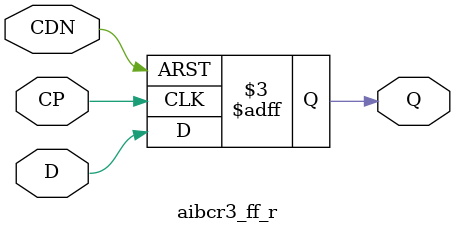
<source format=v>

module aibcr3_ff_r ( 
	input wire CP,
	input wire CDN,
	input wire D,
	output reg Q
);

always@(posedge CP or negedge CDN) begin
	if (!CDN) begin
		Q <= 1'b0;
	end
	else begin
		Q <= D;
	end
end
endmodule




</source>
